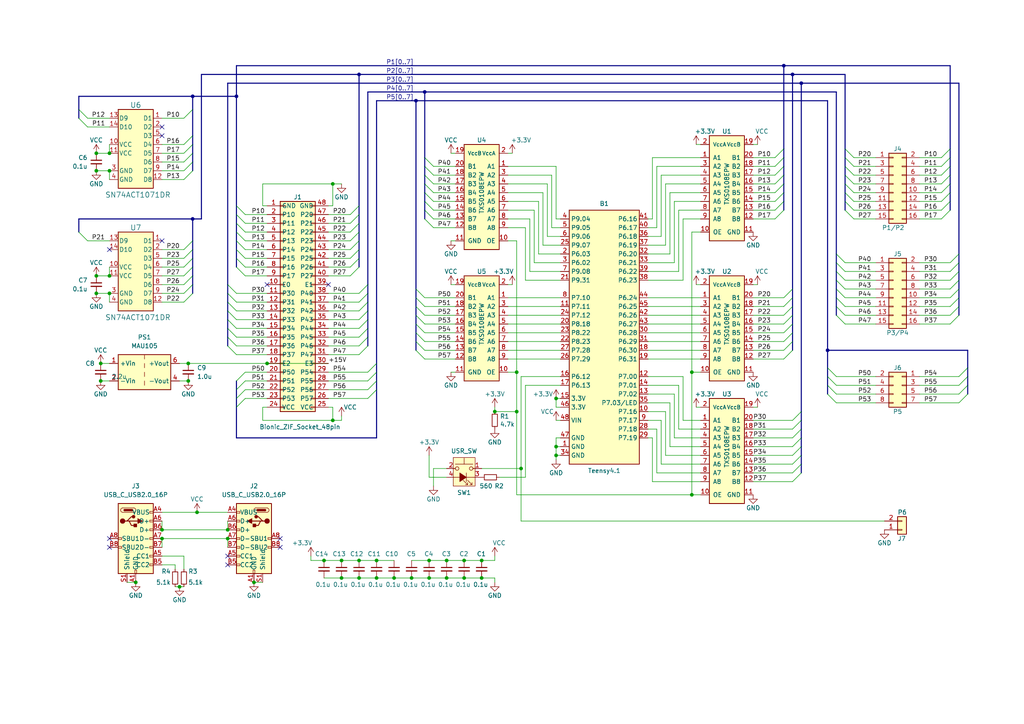
<source format=kicad_sch>
(kicad_sch (version 20230121) (generator eeschema)
  (paper "A4")
  (title_block (title "BionicBase Teensy 4.1") (date "2024-11-25") (rev "11") (company "Tadashi G. Takaoka"))
  (junction (at 104.14 167.64))
  (junction (at 151.13 135.89))
  (junction (at 114.3 167.64))
  (junction (at 129.54 162.56))
  (junction (at 119.38 167.64))
  (junction (at 96.52 121.92))
  (junction (at 161.29 115.57))
  (junction (at 46.99 153.67))
  (junction (at 229.87 21.59))
  (junction (at 149.86 107.95))
  (junction (at 93.98 162.56))
  (junction (at 109.22 162.56))
  (junction (at 46.99 156.21))
  (junction (at 29.21 105.41))
  (junction (at 52.07 170.18))
  (junction (at 139.7 167.64))
  (junction (at 149.86 119.38))
  (junction (at 99.06 162.56))
  (junction (at 232.41 24.13))
  (junction (at 99.06 167.64))
  (junction (at 124.46 162.56))
  (junction (at 54.61 110.49))
  (junction (at 27.94 44.45))
  (junction (at 66.04 156.21))
  (junction (at 143.51 119.38))
  (junction (at 161.29 132.08))
  (junction (at 31.75 85.09))
  (junction (at 227.33 19.05))
  (junction (at 139.7 162.56))
  (junction (at 31.75 80.01))
  (junction (at 96.52 53.34))
  (junction (at 29.21 110.49))
  (junction (at 27.94 85.09))
  (junction (at 55.88 27.94))
  (junction (at 240.03 101.6))
  (junction (at 55.88 63.5))
  (junction (at 27.94 80.01))
  (junction (at 134.62 162.56))
  (junction (at 104.14 162.56))
  (junction (at 77.47 105.41))
  (junction (at 57.15 148.59))
  (junction (at 31.75 49.53))
  (junction (at 120.65 29.21))
  (junction (at 54.61 105.41))
  (junction (at 129.54 167.64))
  (junction (at 27.94 49.53))
  (junction (at 109.22 167.64))
  (junction (at 161.29 129.54))
  (junction (at 68.58 27.94))
  (junction (at 31.75 44.45))
  (junction (at 123.19 26.67))
  (junction (at 66.04 153.67))
  (junction (at 200.66 107.95))
  (junction (at 134.62 167.64))
  (junction (at 104.14 21.59))
  (junction (at 73.66 168.91))
  (junction (at 39.37 168.91))
  (junction (at 124.46 167.64))
  (junction (at 200.66 143.51))
  (no_connect (at 95.25 82.55))
  (no_connect (at 46.99 36.83))
  (no_connect (at 66.04 163.83))
  (no_connect (at 66.04 161.29))
  (no_connect (at 31.75 156.21))
  (no_connect (at 81.28 158.75))
  (no_connect (at 46.99 39.37))
  (no_connect (at 77.47 82.55))
  (no_connect (at 31.75 158.75))
  (no_connect (at 46.99 69.85))
  (no_connect (at 81.28 156.21))
  (no_connect (at 31.75 72.39))
  (bus_entry (at 245.11 58.42) (size 2.54 2.54))
  (bus_entry (at 109.22 110.49) (size -2.54 2.54))
  (bus_entry (at 55.88 31.75) (size -2.54 2.54))
  (bus_entry (at 278.13 81.28) (size -2.54 2.54))
  (bus_entry (at 55.88 77.47) (size -2.54 2.54))
  (bus_entry (at 104.14 74.93) (size -2.54 2.54))
  (bus_entry (at 275.59 45.72) (size -2.54 2.54))
  (bus_entry (at 227.33 53.34) (size -2.54 2.54))
  (bus_entry (at 278.13 86.36) (size -2.54 2.54))
  (bus_entry (at 120.65 83.82) (size 2.54 2.54))
  (bus_entry (at 106.68 100.33) (size -2.54 2.54))
  (bus_entry (at 245.11 43.18) (size 2.54 2.54))
  (bus_entry (at 120.65 86.36) (size 2.54 2.54))
  (bus_entry (at 120.65 96.52) (size 2.54 2.54))
  (bus_entry (at 55.88 82.55) (size -2.54 2.54))
  (bus_entry (at 123.19 45.72) (size 2.54 2.54))
  (bus_entry (at 68.58 64.77) (size 2.54 2.54))
  (bus_entry (at 55.88 49.53) (size -2.54 2.54))
  (bus_entry (at 242.57 76.2) (size 2.54 2.54))
  (bus_entry (at 242.57 88.9) (size 2.54 2.54))
  (bus_entry (at 120.65 91.44) (size 2.54 2.54))
  (bus_entry (at 109.22 107.95) (size -2.54 2.54))
  (bus_entry (at 275.59 50.8) (size -2.54 2.54))
  (bus_entry (at 275.59 48.26) (size -2.54 2.54))
  (bus_entry (at 245.11 48.26) (size 2.54 2.54))
  (bus_entry (at 245.11 55.88) (size 2.54 2.54))
  (bus_entry (at 232.41 119.38) (size -2.54 2.54))
  (bus_entry (at 245.11 45.72) (size 2.54 2.54))
  (bus_entry (at 123.19 53.34) (size 2.54 2.54))
  (bus_entry (at 275.59 43.18) (size -2.54 2.54))
  (bus_entry (at 55.88 74.93) (size -2.54 2.54))
  (bus_entry (at 229.87 91.44) (size -2.54 2.54))
  (bus_entry (at 278.13 76.2) (size -2.54 2.54))
  (bus_entry (at 68.58 72.39) (size 2.54 2.54))
  (bus_entry (at 227.33 55.88) (size -2.54 2.54))
  (bus_entry (at 245.11 53.34) (size 2.54 2.54))
  (bus_entry (at 104.14 72.39) (size -2.54 2.54))
  (bus_entry (at 245.11 50.8) (size 2.54 2.54))
  (bus_entry (at 106.68 82.55) (size -2.54 2.54))
  (bus_entry (at 227.33 50.8) (size -2.54 2.54))
  (bus_entry (at 123.19 48.26) (size 2.54 2.54))
  (bus_entry (at 278.13 88.9) (size -2.54 2.54))
  (bus_entry (at 55.88 72.39) (size -2.54 2.54))
  (bus_entry (at 106.68 97.79) (size -2.54 2.54))
  (bus_entry (at 242.57 83.82) (size 2.54 2.54))
  (bus_entry (at 68.58 118.11) (size 2.54 -2.54))
  (bus_entry (at 229.87 93.98) (size -2.54 2.54))
  (bus_entry (at 55.88 39.37) (size -2.54 2.54))
  (bus_entry (at 120.65 88.9) (size 2.54 2.54))
  (bus_entry (at 240.03 114.3) (size 2.54 2.54))
  (bus_entry (at 240.03 111.76) (size 2.54 2.54))
  (bus_entry (at 245.11 60.96) (size 2.54 2.54))
  (bus_entry (at 240.03 109.22) (size 2.54 2.54))
  (bus_entry (at 55.88 41.91) (size -2.54 2.54))
  (bus_entry (at 68.58 62.23) (size 2.54 2.54))
  (bus_entry (at 232.41 132.08) (size -2.54 2.54))
  (bus_entry (at 242.57 78.74) (size 2.54 2.54))
  (bus_entry (at 232.41 137.16) (size -2.54 2.54))
  (bus_entry (at 280.67 114.3) (size -2.54 2.54))
  (bus_entry (at 227.33 48.26) (size -2.54 2.54))
  (bus_entry (at 278.13 73.66) (size -2.54 2.54))
  (bus_entry (at 68.58 113.03) (size 2.54 -2.54))
  (bus_entry (at 280.67 109.22) (size -2.54 2.54))
  (bus_entry (at 104.14 62.23) (size -2.54 2.54))
  (bus_entry (at 104.14 64.77) (size -2.54 2.54))
  (bus_entry (at 227.33 43.18) (size -2.54 2.54))
  (bus_entry (at 68.58 74.93) (size 2.54 2.54))
  (bus_entry (at 232.41 127) (size -2.54 2.54))
  (bus_entry (at 68.58 59.69) (size 2.54 2.54))
  (bus_entry (at 106.68 85.09) (size -2.54 2.54))
  (bus_entry (at 229.87 88.9) (size -2.54 2.54))
  (bus_entry (at 232.41 124.46) (size -2.54 2.54))
  (bus_entry (at 232.41 121.92) (size -2.54 2.54))
  (bus_entry (at 242.57 91.44) (size 2.54 2.54))
  (bus_entry (at 242.57 86.36) (size 2.54 2.54))
  (bus_entry (at 109.22 113.03) (size -2.54 2.54))
  (bus_entry (at 22.86 34.29) (size 2.54 2.54))
  (bus_entry (at 22.86 67.31) (size 2.54 2.54))
  (bus_entry (at 22.86 31.75) (size 2.54 2.54))
  (bus_entry (at 55.88 80.01) (size -2.54 2.54))
  (bus_entry (at 106.68 95.25) (size -2.54 2.54))
  (bus_entry (at 275.59 55.88) (size -2.54 2.54))
  (bus_entry (at 66.04 90.17) (size 2.54 2.54))
  (bus_entry (at 123.19 63.5) (size 2.54 2.54))
  (bus_entry (at 68.58 110.49) (size 2.54 -2.54))
  (bus_entry (at 68.58 115.57) (size 2.54 -2.54))
  (bus_entry (at 275.59 53.34) (size -2.54 2.54))
  (bus_entry (at 123.19 50.8) (size 2.54 2.54))
  (bus_entry (at 232.41 134.62) (size -2.54 2.54))
  (bus_entry (at 227.33 45.72) (size -2.54 2.54))
  (bus_entry (at 66.04 100.33) (size 2.54 2.54))
  (bus_entry (at 66.04 82.55) (size 2.54 2.54))
  (bus_entry (at 229.87 101.6) (size -2.54 2.54))
  (bus_entry (at 120.65 101.6) (size 2.54 2.54))
  (bus_entry (at 55.88 46.99) (size -2.54 2.54))
  (bus_entry (at 280.67 111.76) (size -2.54 2.54))
  (bus_entry (at 106.68 92.71) (size -2.54 2.54))
  (bus_entry (at 104.14 69.85) (size -2.54 2.54))
  (bus_entry (at 66.04 92.71) (size 2.54 2.54))
  (bus_entry (at 229.87 99.06) (size -2.54 2.54))
  (bus_entry (at 232.41 129.54) (size -2.54 2.54))
  (bus_entry (at 123.19 55.88) (size 2.54 2.54))
  (bus_entry (at 104.14 77.47) (size -2.54 2.54))
  (bus_entry (at 104.14 67.31) (size -2.54 2.54))
  (bus_entry (at 123.19 60.96) (size 2.54 2.54))
  (bus_entry (at 68.58 67.31) (size 2.54 2.54))
  (bus_entry (at 66.04 85.09) (size 2.54 2.54))
  (bus_entry (at 109.22 105.41) (size -2.54 2.54))
  (bus_entry (at 104.14 59.69) (size -2.54 2.54))
  (bus_entry (at 55.88 44.45) (size -2.54 2.54))
  (bus_entry (at 227.33 58.42) (size -2.54 2.54))
  (bus_entry (at 66.04 87.63) (size 2.54 2.54))
  (bus_entry (at 106.68 87.63) (size -2.54 2.54))
  (bus_entry (at 55.88 69.85) (size -2.54 2.54))
  (bus_entry (at 120.65 93.98) (size 2.54 2.54))
  (bus_entry (at 229.87 96.52) (size -2.54 2.54))
  (bus_entry (at 68.58 77.47) (size 2.54 2.54))
  (bus_entry (at 229.87 86.36) (size -2.54 2.54))
  (bus_entry (at 278.13 78.74) (size -2.54 2.54))
  (bus_entry (at 66.04 97.79) (size 2.54 2.54))
  (bus_entry (at 242.57 73.66) (size 2.54 2.54))
  (bus_entry (at 229.87 83.82) (size -2.54 2.54))
  (bus_entry (at 120.65 99.06) (size 2.54 2.54))
  (bus_entry (at 240.03 106.68) (size 2.54 2.54))
  (bus_entry (at 227.33 60.96) (size -2.54 2.54))
  (bus_entry (at 275.59 60.96) (size -2.54 2.54))
  (bus_entry (at 106.68 90.17) (size -2.54 2.54))
  (bus_entry (at 68.58 69.85) (size 2.54 2.54))
  (bus_entry (at 55.88 85.09) (size -2.54 2.54))
  (bus_entry (at 278.13 83.82) (size -2.54 2.54))
  (bus_entry (at 278.13 91.44) (size -2.54 2.54))
  (bus_entry (at 242.57 81.28) (size 2.54 2.54))
  (bus_entry (at 66.04 95.25) (size 2.54 2.54))
  (bus_entry (at 275.59 58.42) (size -2.54 2.54))
  (bus_entry (at 280.67 106.68) (size -2.54 2.54))
  (bus_entry (at 123.19 58.42) (size 2.54 2.54))
  (wire (pts (xy 191.77 50.8) (xy 203.2 50.8)))
  (wire (pts (xy 156.21 73.66) (xy 162.56 73.66)))
  (wire (pts (xy 132.08 48.26) (xy 125.73 48.26)))
  (wire (pts (xy 124.46 167.64) (xy 129.54 167.64)))
  (wire (pts (xy 71.12 115.57) (xy 77.47 115.57)))
  (wire (pts (xy 95.25 90.17) (xy 104.14 90.17)))
  (wire (pts (xy 143.51 119.38) (xy 149.86 119.38)))
  (wire (pts (xy 193.04 53.34) (xy 203.2 53.34)))
  (wire (pts (xy 36.83 168.91) (xy 39.37 168.91)))
  (bus (pts (xy 66.04 85.09) (xy 66.04 87.63)))
  (bus (pts (xy 227.33 43.18) (xy 227.33 45.72)))
  (bus (pts (xy 68.58 113.03) (xy 68.58 115.57)))
  (wire (pts (xy 109.22 162.56) (xy 114.3 162.56)))
  (wire (pts (xy 162.56 127) (xy 161.29 127)))
  (wire (pts (xy 194.31 55.88) (xy 194.31 73.66)))
  (bus (pts (xy 55.88 63.5) (xy 55.88 69.85)))
  (wire (pts (xy 151.13 109.22) (xy 162.56 109.22)))
  (wire (pts (xy 71.12 74.93) (xy 77.47 74.93)))
  (wire (pts (xy 125.73 135.89) (xy 125.73 140.97)))
  (wire (pts (xy 247.65 45.72) (xy 254 45.72)))
  (wire (pts (xy 95.25 59.69) (xy 96.52 59.69)))
  (bus (pts (xy 104.14 67.31) (xy 104.14 69.85)))
  (wire (pts (xy 191.77 68.58) (xy 191.77 50.8)))
  (wire (pts (xy 76.2 118.11) (xy 76.2 121.92)))
  (wire (pts (xy 25.4 36.83) (xy 31.75 36.83)))
  (wire (pts (xy 132.08 82.55) (xy 130.81 82.55)))
  (bus (pts (xy 229.87 21.59) (xy 245.11 21.59)))
  (wire (pts (xy 132.08 101.6) (xy 123.19 101.6)))
  (wire (pts (xy 119.38 167.64) (xy 124.46 167.64)))
  (wire (pts (xy 245.11 93.98) (xy 254 93.98)))
  (bus (pts (xy 66.04 24.13) (xy 66.04 82.55)))
  (bus (pts (xy 242.57 86.36) (xy 242.57 88.9)))
  (wire (pts (xy 132.08 104.14) (xy 123.19 104.14)))
  (wire (pts (xy 71.12 113.03) (xy 77.47 113.03)))
  (bus (pts (xy 55.88 46.99) (xy 55.88 49.53)))
  (wire (pts (xy 203.2 48.26) (xy 190.5 48.26)))
  (wire (pts (xy 245.11 81.28) (xy 254 81.28)))
  (wire (pts (xy 31.75 85.09) (xy 31.75 87.63)))
  (wire (pts (xy 71.12 72.39) (xy 77.47 72.39)))
  (bus (pts (xy 106.68 97.79) (xy 106.68 100.33)))
  (wire (pts (xy 46.99 41.91) (xy 53.34 41.91)))
  (bus (pts (xy 232.41 124.46) (xy 232.41 127)))
  (wire (pts (xy 266.7 45.72) (xy 273.05 45.72)))
  (bus (pts (xy 66.04 90.17) (xy 66.04 92.71)))
  (wire (pts (xy 93.98 167.64) (xy 99.06 167.64)))
  (wire (pts (xy 224.79 60.96) (xy 218.44 60.96)))
  (wire (pts (xy 187.96 66.04) (xy 190.5 66.04)))
  (bus (pts (xy 245.11 21.59) (xy 245.11 43.18)))
  (bus (pts (xy 66.04 97.79) (xy 66.04 100.33)))
  (wire (pts (xy 218.44 99.06) (xy 227.33 99.06)))
  (bus (pts (xy 104.14 72.39) (xy 104.14 74.93)))
  (bus (pts (xy 55.88 63.5) (xy 58.42 63.5)))
  (bus (pts (xy 106.68 85.09) (xy 106.68 87.63)))
  (bus (pts (xy 245.11 55.88) (xy 245.11 58.42)))
  (wire (pts (xy 66.04 156.21) (xy 66.04 158.75)))
  (bus (pts (xy 278.13 24.13) (xy 278.13 73.66)))
  (wire (pts (xy 245.11 78.74) (xy 254 78.74)))
  (bus (pts (xy 120.65 29.21) (xy 240.03 29.21)))
  (bus (pts (xy 275.59 58.42) (xy 275.59 60.96)))
  (wire (pts (xy 187.96 127) (xy 189.23 127)))
  (wire (pts (xy 224.79 53.34) (xy 218.44 53.34)))
  (wire (pts (xy 218.44 88.9) (xy 227.33 88.9)))
  (wire (pts (xy 68.58 90.17) (xy 77.47 90.17)))
  (bus (pts (xy 68.58 59.69) (xy 68.58 62.23)))
  (wire (pts (xy 158.75 53.34) (xy 158.75 68.58)))
  (wire (pts (xy 266.7 55.88) (xy 273.05 55.88)))
  (bus (pts (xy 229.87 96.52) (xy 229.87 99.06)))
  (wire (pts (xy 148.59 82.55) (xy 147.32 82.55)))
  (wire (pts (xy 104.14 162.56) (xy 109.22 162.56)))
  (wire (pts (xy 149.86 69.85) (xy 149.86 107.95)))
  (bus (pts (xy 68.58 72.39) (xy 68.58 74.93)))
  (wire (pts (xy 77.47 59.69) (xy 76.2 59.69)))
  (bus (pts (xy 68.58 62.23) (xy 68.58 64.77)))
  (wire (pts (xy 71.12 110.49) (xy 77.47 110.49)))
  (wire (pts (xy 200.66 107.95) (xy 200.66 143.51)))
  (wire (pts (xy 218.44 96.52) (xy 227.33 96.52)))
  (bus (pts (xy 109.22 107.95) (xy 109.22 105.41)))
  (wire (pts (xy 194.31 116.84) (xy 194.31 129.54)))
  (wire (pts (xy 266.7 81.28) (xy 275.59 81.28)))
  (wire (pts (xy 46.99 153.67) (xy 66.04 153.67)))
  (bus (pts (xy 123.19 53.34) (xy 123.19 55.88)))
  (bus (pts (xy 280.67 101.6) (xy 280.67 106.68)))
  (bus (pts (xy 66.04 87.63) (xy 66.04 90.17)))
  (wire (pts (xy 161.29 127) (xy 161.29 129.54)))
  (bus (pts (xy 68.58 74.93) (xy 68.58 77.47)))
  (wire (pts (xy 152.4 81.28) (xy 162.56 81.28)))
  (wire (pts (xy 147.32 86.36) (xy 162.56 86.36)))
  (bus (pts (xy 55.88 69.85) (xy 55.88 72.39)))
  (bus (pts (xy 240.03 111.76) (xy 240.03 114.3)))
  (wire (pts (xy 218.44 134.62) (xy 229.87 134.62)))
  (wire (pts (xy 99.06 162.56) (xy 104.14 162.56)))
  (wire (pts (xy 218.44 86.36) (xy 227.33 86.36)))
  (bus (pts (xy 66.04 82.55) (xy 66.04 85.09)))
  (wire (pts (xy 195.58 76.2) (xy 195.58 58.42)))
  (bus (pts (xy 120.65 86.36) (xy 120.65 83.82)))
  (bus (pts (xy 120.65 88.9) (xy 120.65 86.36)))
  (bus (pts (xy 109.22 110.49) (xy 109.22 107.95)))
  (wire (pts (xy 218.44 124.46) (xy 229.87 124.46)))
  (bus (pts (xy 66.04 95.25) (xy 66.04 97.79)))
  (wire (pts (xy 109.22 167.64) (xy 114.3 167.64)))
  (bus (pts (xy 278.13 81.28) (xy 278.13 83.82)))
  (bus (pts (xy 22.86 34.29) (xy 22.86 31.75)))
  (wire (pts (xy 132.08 107.95) (xy 130.81 107.95)))
  (bus (pts (xy 275.59 55.88) (xy 275.59 58.42)))
  (bus (pts (xy 55.88 31.75) (xy 55.88 27.94)))
  (wire (pts (xy 245.11 76.2) (xy 254 76.2)))
  (bus (pts (xy 66.04 24.13) (xy 232.41 24.13)))
  (wire (pts (xy 95.25 64.77) (xy 101.6 64.77)))
  (wire (pts (xy 95.25 74.93) (xy 101.6 74.93)))
  (wire (pts (xy 195.58 127) (xy 195.58 114.3)))
  (wire (pts (xy 95.25 115.57) (xy 106.68 115.57)))
  (wire (pts (xy 224.79 58.42) (xy 218.44 58.42)))
  (bus (pts (xy 109.22 113.03) (xy 109.22 127)))
  (wire (pts (xy 278.13 114.3) (xy 266.7 114.3)))
  (wire (pts (xy 139.7 135.89) (xy 151.13 135.89)))
  (wire (pts (xy 27.94 44.45) (xy 31.75 44.45)))
  (wire (pts (xy 196.85 124.46) (xy 203.2 124.46)))
  (bus (pts (xy 229.87 83.82) (xy 229.87 86.36)))
  (bus (pts (xy 104.14 21.59) (xy 229.87 21.59)))
  (wire (pts (xy 52.07 170.18) (xy 53.34 170.18)))
  (bus (pts (xy 120.65 93.98) (xy 120.65 91.44)))
  (wire (pts (xy 147.32 69.85) (xy 149.86 69.85)))
  (wire (pts (xy 31.75 77.47) (xy 31.75 80.01)))
  (bus (pts (xy 55.88 31.75) (xy 55.88 39.37)))
  (wire (pts (xy 187.96 88.9) (xy 203.2 88.9)))
  (bus (pts (xy 232.41 119.38) (xy 232.41 121.92)))
  (wire (pts (xy 218.44 41.91) (xy 219.71 41.91)))
  (wire (pts (xy 132.08 86.36) (xy 123.19 86.36)))
  (wire (pts (xy 189.23 127) (xy 189.23 139.7)))
  (bus (pts (xy 275.59 48.26) (xy 275.59 50.8)))
  (bus (pts (xy 278.13 88.9) (xy 278.13 91.44)))
  (wire (pts (xy 154.94 76.2) (xy 162.56 76.2)))
  (wire (pts (xy 203.2 137.16) (xy 190.5 137.16)))
  (wire (pts (xy 191.77 134.62) (xy 203.2 134.62)))
  (bus (pts (xy 55.88 41.91) (xy 55.88 44.45)))
  (wire (pts (xy 149.86 143.51) (xy 200.66 143.51)))
  (bus (pts (xy 280.67 109.22) (xy 280.67 111.76)))
  (bus (pts (xy 55.88 44.45) (xy 55.88 46.99)))
  (wire (pts (xy 247.65 48.26) (xy 254 48.26)))
  (wire (pts (xy 125.73 53.34) (xy 132.08 53.34)))
  (bus (pts (xy 123.19 60.96) (xy 123.19 63.5)))
  (wire (pts (xy 71.12 67.31) (xy 77.47 67.31)))
  (wire (pts (xy 95.25 67.31) (xy 101.6 67.31)))
  (bus (pts (xy 278.13 78.74) (xy 278.13 81.28)))
  (wire (pts (xy 46.99 87.63) (xy 53.34 87.63)))
  (wire (pts (xy 31.75 49.53) (xy 31.75 52.07)))
  (bus (pts (xy 280.67 106.68) (xy 280.67 109.22)))
  (wire (pts (xy 245.11 91.44) (xy 254 91.44)))
  (wire (pts (xy 139.7 167.64) (xy 143.51 167.64)))
  (wire (pts (xy 266.7 78.74) (xy 275.59 78.74)))
  (wire (pts (xy 266.7 53.34) (xy 273.05 53.34)))
  (wire (pts (xy 95.25 100.33) (xy 104.14 100.33)))
  (bus (pts (xy 104.14 74.93) (xy 104.14 77.47)))
  (wire (pts (xy 187.96 111.76) (xy 196.85 111.76)))
  (bus (pts (xy 240.03 101.6) (xy 280.67 101.6)))
  (wire (pts (xy 31.75 105.41) (xy 29.21 105.41)))
  (wire (pts (xy 218.44 132.08) (xy 229.87 132.08)))
  (wire (pts (xy 157.48 71.12) (xy 162.56 71.12)))
  (bus (pts (xy 227.33 55.88) (xy 227.33 58.42)))
  (wire (pts (xy 278.13 111.76) (xy 266.7 111.76)))
  (wire (pts (xy 161.29 63.5) (xy 162.56 63.5)))
  (wire (pts (xy 198.12 81.28) (xy 198.12 63.5)))
  (wire (pts (xy 68.58 97.79) (xy 77.47 97.79)))
  (wire (pts (xy 198.12 109.22) (xy 198.12 121.92)))
  (wire (pts (xy 71.12 80.01) (xy 77.47 80.01)))
  (bus (pts (xy 240.03 101.6) (xy 240.03 106.68)))
  (bus (pts (xy 242.57 78.74) (xy 242.57 81.28)))
  (bus (pts (xy 227.33 19.05) (xy 227.33 43.18)))
  (bus (pts (xy 68.58 64.77) (xy 68.58 67.31)))
  (wire (pts (xy 99.06 167.64) (xy 104.14 167.64)))
  (bus (pts (xy 229.87 99.06) (xy 229.87 101.6)))
  (bus (pts (xy 242.57 81.28) (xy 242.57 83.82)))
  (wire (pts (xy 190.5 137.16) (xy 190.5 124.46)))
  (bus (pts (xy 55.88 39.37) (xy 55.88 41.91)))
  (wire (pts (xy 143.51 118.11) (xy 143.51 119.38)))
  (wire (pts (xy 151.13 135.89) (xy 151.13 151.13)))
  (bus (pts (xy 106.68 90.17) (xy 106.68 92.71)))
  (wire (pts (xy 154.94 60.96) (xy 147.32 60.96)))
  (bus (pts (xy 275.59 53.34) (xy 275.59 55.88)))
  (wire (pts (xy 46.99 156.21) (xy 66.04 156.21)))
  (bus (pts (xy 123.19 26.67) (xy 123.19 45.72)))
  (bus (pts (xy 242.57 76.2) (xy 242.57 78.74)))
  (wire (pts (xy 68.58 95.25) (xy 77.47 95.25)))
  (wire (pts (xy 95.25 113.03) (xy 106.68 113.03)))
  (wire (pts (xy 187.96 124.46) (xy 190.5 124.46)))
  (wire (pts (xy 134.62 167.64) (xy 139.7 167.64)))
  (bus (pts (xy 232.41 121.92) (xy 232.41 124.46)))
  (wire (pts (xy 96.52 53.34) (xy 99.06 53.34)))
  (bus (pts (xy 242.57 73.66) (xy 242.57 76.2)))
  (wire (pts (xy 203.2 132.08) (xy 193.04 132.08)))
  (wire (pts (xy 76.2 59.69) (xy 76.2 53.34)))
  (wire (pts (xy 218.44 45.72) (xy 224.79 45.72)))
  (wire (pts (xy 151.13 135.89) (xy 151.13 109.22)))
  (bus (pts (xy 66.04 92.71) (xy 66.04 95.25)))
  (wire (pts (xy 68.58 92.71) (xy 77.47 92.71)))
  (wire (pts (xy 90.17 161.29) (xy 90.17 162.56)))
  (wire (pts (xy 148.59 44.45) (xy 147.32 44.45)))
  (bus (pts (xy 55.88 82.55) (xy 55.88 85.09)))
  (wire (pts (xy 71.12 69.85) (xy 77.47 69.85)))
  (bus (pts (xy 22.86 63.5) (xy 22.86 67.31)))
  (bus (pts (xy 120.65 101.6) (xy 120.65 99.06)))
  (wire (pts (xy 152.4 66.04) (xy 147.32 66.04)))
  (wire (pts (xy 46.99 161.29) (xy 53.34 161.29)))
  (bus (pts (xy 232.41 129.54) (xy 232.41 132.08)))
  (bus (pts (xy 58.42 21.59) (xy 58.42 63.5)))
  (wire (pts (xy 95.25 118.11) (xy 96.52 118.11)))
  (wire (pts (xy 153.67 78.74) (xy 162.56 78.74)))
  (bus (pts (xy 227.33 53.34) (xy 227.33 55.88)))
  (wire (pts (xy 187.96 78.74) (xy 196.85 78.74)))
  (wire (pts (xy 71.12 62.23) (xy 77.47 62.23)))
  (wire (pts (xy 242.57 111.76) (xy 254 111.76)))
  (bus (pts (xy 242.57 83.82) (xy 242.57 86.36)))
  (bus (pts (xy 123.19 50.8) (xy 123.19 53.34)))
  (wire (pts (xy 119.38 162.56) (xy 124.46 162.56)))
  (bus (pts (xy 245.11 50.8) (xy 245.11 53.34)))
  (bus (pts (xy 68.58 19.05) (xy 68.58 27.94)))
  (wire (pts (xy 266.7 76.2) (xy 275.59 76.2)))
  (wire (pts (xy 187.96 93.98) (xy 203.2 93.98)))
  (wire (pts (xy 151.13 151.13) (xy 256.54 151.13)))
  (wire (pts (xy 161.29 132.08) (xy 162.56 132.08)))
  (bus (pts (xy 123.19 55.88) (xy 123.19 58.42)))
  (wire (pts (xy 125.73 63.5) (xy 132.08 63.5)))
  (wire (pts (xy 203.2 127) (xy 195.58 127)))
  (wire (pts (xy 104.14 167.64) (xy 109.22 167.64)))
  (wire (pts (xy 266.7 88.9) (xy 275.59 88.9)))
  (wire (pts (xy 247.65 63.5) (xy 254 63.5)))
  (wire (pts (xy 124.46 162.56) (xy 129.54 162.56)))
  (bus (pts (xy 227.33 50.8) (xy 227.33 53.34)))
  (bus (pts (xy 245.11 45.72) (xy 245.11 48.26)))
  (bus (pts (xy 22.86 63.5) (xy 55.88 63.5)))
  (wire (pts (xy 153.67 63.5) (xy 153.67 78.74)))
  (wire (pts (xy 157.48 55.88) (xy 157.48 71.12)))
  (wire (pts (xy 187.96 114.3) (xy 195.58 114.3)))
  (wire (pts (xy 46.99 85.09) (xy 53.34 85.09)))
  (bus (pts (xy 55.88 72.39) (xy 55.88 74.93)))
  (wire (pts (xy 96.52 121.92) (xy 96.52 118.11)))
  (bus (pts (xy 123.19 58.42) (xy 123.19 60.96)))
  (wire (pts (xy 147.32 58.42) (xy 156.21 58.42)))
  (wire (pts (xy 266.7 63.5) (xy 273.05 63.5)))
  (wire (pts (xy 218.44 118.11) (xy 219.71 118.11)))
  (bus (pts (xy 104.14 21.59) (xy 58.42 21.59)))
  (wire (pts (xy 149.86 119.38) (xy 149.86 143.51)))
  (wire (pts (xy 71.12 64.77) (xy 77.47 64.77)))
  (wire (pts (xy 194.31 129.54) (xy 203.2 129.54)))
  (wire (pts (xy 68.58 85.09) (xy 77.47 85.09)))
  (wire (pts (xy 245.11 86.36) (xy 254 86.36)))
  (bus (pts (xy 229.87 21.59) (xy 229.87 83.82)))
  (bus (pts (xy 242.57 88.9) (xy 242.57 91.44)))
  (bus (pts (xy 123.19 26.67) (xy 242.57 26.67)))
  (wire (pts (xy 196.85 111.76) (xy 196.85 124.46)))
  (wire (pts (xy 68.58 100.33) (xy 77.47 100.33)))
  (wire (pts (xy 54.61 105.41) (xy 77.47 105.41)))
  (wire (pts (xy 218.44 91.44) (xy 227.33 91.44)))
  (wire (pts (xy 161.29 132.08) (xy 161.29 133.35)))
  (wire (pts (xy 125.73 60.96) (xy 132.08 60.96)))
  (wire (pts (xy 73.66 168.91) (xy 76.2 168.91)))
  (wire (pts (xy 154.94 60.96) (xy 154.94 76.2)))
  (wire (pts (xy 27.94 85.09) (xy 31.75 85.09)))
  (wire (pts (xy 90.17 162.56) (xy 93.98 162.56)))
  (wire (pts (xy 54.61 110.49) (xy 52.07 110.49)))
  (wire (pts (xy 147.32 50.8) (xy 160.02 50.8)))
  (wire (pts (xy 189.23 139.7) (xy 203.2 139.7)))
  (bus (pts (xy 278.13 83.82) (xy 278.13 86.36)))
  (bus (pts (xy 280.67 111.76) (xy 280.67 114.3)))
  (wire (pts (xy 46.99 44.45) (xy 53.34 44.45)))
  (wire (pts (xy 53.34 72.39) (xy 46.99 72.39)))
  (wire (pts (xy 95.25 62.23) (xy 101.6 62.23)))
  (wire (pts (xy 125.73 58.42) (xy 132.08 58.42)))
  (wire (pts (xy 46.99 148.59) (xy 57.15 148.59)))
  (bus (pts (xy 232.41 134.62) (xy 232.41 137.16)))
  (wire (pts (xy 149.86 107.95) (xy 149.86 119.38)))
  (bus (pts (xy 245.11 48.26) (xy 245.11 50.8)))
  (wire (pts (xy 203.2 60.96) (xy 196.85 60.96)))
  (bus (pts (xy 106.68 95.25) (xy 106.68 97.79)))
  (wire (pts (xy 132.08 96.52) (xy 123.19 96.52)))
  (bus (pts (xy 104.14 64.77) (xy 104.14 67.31)))
  (wire (pts (xy 129.54 162.56) (xy 134.62 162.56)))
  (bus (pts (xy 104.14 21.59) (xy 104.14 59.69)))
  (bus (pts (xy 123.19 48.26) (xy 123.19 50.8)))
  (wire (pts (xy 96.52 53.34) (xy 96.52 59.69)))
  (wire (pts (xy 266.7 58.42) (xy 273.05 58.42)))
  (wire (pts (xy 31.75 41.91) (xy 31.75 44.45)))
  (wire (pts (xy 160.02 50.8) (xy 160.02 66.04)))
  (wire (pts (xy 95.25 110.49) (xy 106.68 110.49)))
  (wire (pts (xy 161.29 118.11) (xy 162.56 118.11)))
  (wire (pts (xy 242.57 114.3) (xy 254 114.3)))
  (wire (pts (xy 68.58 87.63) (xy 77.47 87.63)))
  (wire (pts (xy 46.99 46.99) (xy 53.34 46.99)))
  (wire (pts (xy 46.99 80.01) (xy 53.34 80.01)))
  (wire (pts (xy 46.99 163.83) (xy 50.8 163.83)))
  (wire (pts (xy 54.61 105.41) (xy 52.07 105.41)))
  (wire (pts (xy 50.8 163.83) (xy 50.8 165.1)))
  (wire (pts (xy 187.96 99.06) (xy 203.2 99.06)))
  (wire (pts (xy 95.25 72.39) (xy 101.6 72.39)))
  (wire (pts (xy 242.57 116.84) (xy 254 116.84)))
  (wire (pts (xy 71.12 77.47) (xy 77.47 77.47)))
  (wire (pts (xy 132.08 69.85) (xy 130.81 69.85)))
  (wire (pts (xy 200.66 143.51) (xy 203.2 143.51)))
  (wire (pts (xy 76.2 121.92) (xy 96.52 121.92)))
  (wire (pts (xy 187.96 86.36) (xy 203.2 86.36)))
  (wire (pts (xy 125.73 66.04) (xy 132.08 66.04)))
  (wire (pts (xy 187.96 91.44) (xy 203.2 91.44)))
  (wire (pts (xy 147.32 107.95) (xy 149.86 107.95)))
  (wire (pts (xy 187.96 76.2) (xy 195.58 76.2)))
  (bus (pts (xy 232.41 132.08) (xy 232.41 134.62)))
  (wire (pts (xy 46.99 156.21) (xy 46.99 158.75)))
  (wire (pts (xy 76.2 118.11) (xy 77.47 118.11)))
  (wire (pts (xy 201.93 118.11) (xy 203.2 118.11)))
  (wire (pts (xy 161.29 115.57) (xy 162.56 115.57)))
  (bus (pts (xy 245.11 58.42) (xy 245.11 60.96)))
  (bus (pts (xy 275.59 50.8) (xy 275.59 53.34)))
  (bus (pts (xy 278.13 76.2) (xy 278.13 78.74)))
  (wire (pts (xy 193.04 132.08) (xy 193.04 119.38)))
  (wire (pts (xy 224.79 50.8) (xy 218.44 50.8)))
  (wire (pts (xy 46.99 34.29) (xy 53.34 34.29)))
  (wire (pts (xy 218.44 127) (xy 229.87 127)))
  (wire (pts (xy 157.48 55.88) (xy 147.32 55.88)))
  (wire (pts (xy 132.08 88.9) (xy 123.19 88.9)))
  (wire (pts (xy 247.65 55.88) (xy 254 55.88)))
  (bus (pts (xy 227.33 58.42) (xy 227.33 60.96)))
  (bus (pts (xy 120.65 91.44) (xy 120.65 88.9)))
  (wire (pts (xy 266.7 116.84) (xy 278.13 116.84)))
  (bus (pts (xy 109.22 113.03) (xy 109.22 110.49)))
  (wire (pts (xy 266.7 83.82) (xy 275.59 83.82)))
  (wire (pts (xy 224.79 48.26) (xy 218.44 48.26)))
  (wire (pts (xy 124.46 132.08) (xy 124.46 138.43)))
  (wire (pts (xy 189.23 63.5) (xy 189.23 45.72)))
  (bus (pts (xy 227.33 19.05) (xy 275.59 19.05)))
  (wire (pts (xy 147.32 104.14) (xy 162.56 104.14)))
  (wire (pts (xy 200.66 67.31) (xy 203.2 67.31)))
  (wire (pts (xy 187.96 81.28) (xy 198.12 81.28)))
  (wire (pts (xy 247.65 53.34) (xy 254 53.34)))
  (bus (pts (xy 245.11 53.34) (xy 245.11 55.88)))
  (wire (pts (xy 201.93 82.55) (xy 203.2 82.55)))
  (wire (pts (xy 266.7 93.98) (xy 275.59 93.98)))
  (wire (pts (xy 247.65 50.8) (xy 254 50.8)))
  (wire (pts (xy 198.12 121.92) (xy 203.2 121.92)))
  (wire (pts (xy 95.25 80.01) (xy 101.6 80.01)))
  (bus (pts (xy 68.58 19.05) (xy 227.33 19.05)))
  (wire (pts (xy 200.66 67.31) (xy 200.66 107.95)))
  (wire (pts (xy 161.29 129.54) (xy 161.29 132.08)))
  (bus (pts (xy 106.68 26.67) (xy 106.68 82.55)))
  (bus (pts (xy 55.88 80.01) (xy 55.88 82.55)))
  (wire (pts (xy 95.25 102.87) (xy 104.14 102.87)))
  (wire (pts (xy 201.93 41.91) (xy 203.2 41.91)))
  (wire (pts (xy 218.44 82.55) (xy 219.71 82.55)))
  (wire (pts (xy 147.32 88.9) (xy 162.56 88.9)))
  (wire (pts (xy 218.44 139.7) (xy 229.87 139.7)))
  (bus (pts (xy 120.65 96.52) (xy 120.65 93.98)))
  (bus (pts (xy 275.59 45.72) (xy 275.59 48.26)))
  (bus (pts (xy 104.14 62.23) (xy 104.14 64.77)))
  (bus (pts (xy 104.14 69.85) (xy 104.14 72.39)))
  (bus (pts (xy 232.41 127) (xy 232.41 129.54)))
  (wire (pts (xy 143.51 162.56) (xy 139.7 162.56)))
  (wire (pts (xy 95.25 107.95) (xy 106.68 107.95)))
  (bus (pts (xy 278.13 73.66) (xy 278.13 76.2)))
  (wire (pts (xy 278.13 109.22) (xy 266.7 109.22)))
  (wire (pts (xy 245.11 83.82) (xy 254 83.82)))
  (wire (pts (xy 76.2 53.34) (xy 96.52 53.34)))
  (wire (pts (xy 162.56 121.92) (xy 161.29 121.92)))
  (bus (pts (xy 104.14 59.69) (xy 104.14 62.23)))
  (wire (pts (xy 158.75 53.34) (xy 147.32 53.34)))
  (wire (pts (xy 132.08 44.45) (xy 130.81 44.45)))
  (wire (pts (xy 196.85 60.96) (xy 196.85 78.74)))
  (wire (pts (xy 189.23 45.72) (xy 203.2 45.72)))
  (bus (pts (xy 68.58 127) (xy 109.22 127)))
  (wire (pts (xy 66.04 153.67) (xy 66.04 151.13)))
  (wire (pts (xy 247.65 60.96) (xy 254 60.96)))
  (bus (pts (xy 232.41 24.13) (xy 278.13 24.13)))
  (bus (pts (xy 68.58 27.94) (xy 68.58 59.69)))
  (bus (pts (xy 55.88 74.93) (xy 55.88 77.47)))
  (wire (pts (xy 95.25 87.63) (xy 104.14 87.63)))
  (bus (pts (xy 275.59 19.05) (xy 275.59 43.18)))
  (bus (pts (xy 68.58 115.57) (xy 68.58 118.11)))
  (bus (pts (xy 106.68 26.67) (xy 123.19 26.67)))
  (wire (pts (xy 187.96 101.6) (xy 203.2 101.6)))
  (wire (pts (xy 25.4 69.85) (xy 31.75 69.85)))
  (wire (pts (xy 266.7 48.26) (xy 273.05 48.26)))
  (wire (pts (xy 77.47 105.41) (xy 95.25 105.41)))
  (bus (pts (xy 227.33 48.26) (xy 227.33 50.8)))
  (wire (pts (xy 147.32 91.44) (xy 162.56 91.44)))
  (wire (pts (xy 266.7 50.8) (xy 273.05 50.8)))
  (wire (pts (xy 224.79 55.88) (xy 218.44 55.88)))
  (bus (pts (xy 229.87 86.36) (xy 229.87 88.9)))
  (wire (pts (xy 125.73 55.88) (xy 132.08 55.88)))
  (wire (pts (xy 93.98 162.56) (xy 99.06 162.56)))
  (bus (pts (xy 22.86 27.94) (xy 55.88 27.94)))
  (wire (pts (xy 95.25 85.09) (xy 104.14 85.09)))
  (wire (pts (xy 218.44 121.92) (xy 229.87 121.92)))
  (bus (pts (xy 68.58 69.85) (xy 68.58 72.39)))
  (wire (pts (xy 147.32 96.52) (xy 162.56 96.52)))
  (wire (pts (xy 129.54 138.43) (xy 124.46 138.43)))
  (wire (pts (xy 114.3 167.64) (xy 119.38 167.64)))
  (wire (pts (xy 46.99 74.93) (xy 53.34 74.93)))
  (bus (pts (xy 245.11 43.18) (xy 245.11 45.72)))
  (wire (pts (xy 144.78 138.43) (xy 152.4 138.43)))
  (wire (pts (xy 129.54 167.64) (xy 134.62 167.64)))
  (wire (pts (xy 187.96 73.66) (xy 194.31 73.66)))
  (wire (pts (xy 187.96 63.5) (xy 189.23 63.5)))
  (wire (pts (xy 95.25 97.79) (xy 104.14 97.79)))
  (wire (pts (xy 266.7 60.96) (xy 273.05 60.96)))
  (bus (pts (xy 278.13 86.36) (xy 278.13 88.9)))
  (wire (pts (xy 218.44 137.16) (xy 229.87 137.16)))
  (wire (pts (xy 46.99 77.47) (xy 53.34 77.47)))
  (bus (pts (xy 275.59 43.18) (xy 275.59 45.72)))
  (wire (pts (xy 27.94 80.01) (xy 31.75 80.01)))
  (wire (pts (xy 152.4 111.76) (xy 162.56 111.76)))
  (bus (pts (xy 240.03 109.22) (xy 240.03 111.76)))
  (wire (pts (xy 247.65 58.42) (xy 254 58.42)))
  (bus (pts (xy 229.87 88.9) (xy 229.87 91.44)))
  (bus (pts (xy 68.58 118.11) (xy 68.58 127)))
  (wire (pts (xy 224.79 63.5) (xy 218.44 63.5)))
  (wire (pts (xy 68.58 102.87) (xy 77.47 102.87)))
  (bus (pts (xy 229.87 93.98) (xy 229.87 96.52)))
  (wire (pts (xy 187.96 109.22) (xy 198.12 109.22)))
  (wire (pts (xy 187.96 119.38) (xy 193.04 119.38)))
  (wire (pts (xy 187.96 71.12) (xy 193.04 71.12)))
  (wire (pts (xy 190.5 48.26) (xy 190.5 66.04)))
  (bus (pts (xy 227.33 45.72) (xy 227.33 48.26)))
  (wire (pts (xy 57.15 148.59) (xy 66.04 148.59)))
  (wire (pts (xy 46.99 52.07) (xy 53.34 52.07)))
  (wire (pts (xy 147.32 93.98) (xy 162.56 93.98)))
  (wire (pts (xy 161.29 48.26) (xy 147.32 48.26)))
  (wire (pts (xy 158.75 68.58) (xy 162.56 68.58)))
  (wire (pts (xy 191.77 121.92) (xy 191.77 134.62)))
  (wire (pts (xy 71.12 107.95) (xy 77.47 107.95)))
  (wire (pts (xy 53.34 161.29) (xy 53.34 165.1)))
  (wire (pts (xy 147.32 63.5) (xy 153.67 63.5)))
  (wire (pts (xy 46.99 82.55) (xy 53.34 82.55)))
  (wire (pts (xy 152.4 111.76) (xy 152.4 138.43)))
  (bus (pts (xy 106.68 82.55) (xy 106.68 85.09)))
  (bus (pts (xy 123.19 45.72) (xy 123.19 48.26)))
  (bus (pts (xy 120.65 99.06) (xy 120.65 96.52)))
  (wire (pts (xy 187.96 121.92) (xy 191.77 121.92)))
  (bus (pts (xy 120.65 83.82) (xy 120.65 29.21)))
  (wire (pts (xy 132.08 99.06) (xy 123.19 99.06)))
  (wire (pts (xy 187.96 96.52) (xy 203.2 96.52)))
  (wire (pts (xy 218.44 129.54) (xy 229.87 129.54)))
  (bus (pts (xy 229.87 91.44) (xy 229.87 93.98)))
  (wire (pts (xy 132.08 93.98) (xy 123.19 93.98)))
  (wire (pts (xy 198.12 63.5) (xy 203.2 63.5)))
  (wire (pts (xy 161.29 129.54) (xy 162.56 129.54)))
  (wire (pts (xy 203.2 55.88) (xy 194.31 55.88)))
  (wire (pts (xy 46.99 49.53) (xy 53.34 49.53)))
  (wire (pts (xy 95.25 95.25) (xy 104.14 95.25)))
  (wire (pts (xy 187.96 116.84) (xy 194.31 116.84)))
  (wire (pts (xy 218.44 104.14) (xy 227.33 104.14)))
  (wire (pts (xy 161.29 48.26) (xy 161.29 63.5)))
  (wire (pts (xy 156.21 58.42) (xy 156.21 73.66)))
  (wire (pts (xy 143.51 167.64) (xy 143.51 168.91)))
  (wire (pts (xy 25.4 34.29) (xy 31.75 34.29)))
  (wire (pts (xy 193.04 71.12) (xy 193.04 53.34)))
  (wire (pts (xy 99.06 121.92) (xy 96.52 121.92)))
  (wire (pts (xy 27.94 49.53) (xy 31.75 49.53)))
  (bus (pts (xy 240.03 29.21) (xy 240.03 101.6)))
  (wire (pts (xy 245.11 88.9) (xy 254 88.9)))
  (bus (pts (xy 109.22 29.21) (xy 120.65 29.21)))
  (wire (pts (xy 95.25 92.71) (xy 104.14 92.71)))
  (bus (pts (xy 68.58 110.49) (xy 68.58 113.03)))
  (wire (pts (xy 187.96 68.58) (xy 191.77 68.58)))
  (wire (pts (xy 187.96 104.14) (xy 203.2 104.14)))
  (wire (pts (xy 147.32 99.06) (xy 162.56 99.06)))
  (wire (pts (xy 125.73 50.8) (xy 132.08 50.8)))
  (bus (pts (xy 55.88 77.47) (xy 55.88 80.01)))
  (wire (pts (xy 266.7 91.44) (xy 275.59 91.44)))
  (wire (pts (xy 218.44 101.6) (xy 227.33 101.6)))
  (bus (pts (xy 106.68 87.63) (xy 106.68 90.17)))
  (bus (pts (xy 22.86 31.75) (xy 22.86 27.94)))
  (bus (pts (xy 109.22 29.21) (xy 109.22 105.41)))
  (bus (pts (xy 232.41 24.13) (xy 232.41 119.38)))
  (wire (pts (xy 99.06 120.65) (xy 99.06 121.92)))
  (wire (pts (xy 195.58 58.42) (xy 203.2 58.42)))
  (wire (pts (xy 95.25 69.85) (xy 101.6 69.85)))
  (bus (pts (xy 55.88 27.94) (xy 68.58 27.94)))
  (wire (pts (xy 152.4 66.04) (xy 152.4 81.28)))
  (bus (pts (xy 106.68 92.71) (xy 106.68 95.25)))
  (bus (pts (xy 68.58 67.31) (xy 68.58 69.85)))
  (wire (pts (xy 50.8 170.18) (xy 52.07 170.18)))
  (wire (pts (xy 242.57 109.22) (xy 254 109.22)))
  (wire (pts (xy 200.66 107.95) (xy 203.2 107.95)))
  (wire (pts (xy 31.75 110.49) (xy 29.21 110.49)))
  (wire (pts (xy 161.29 115.57) (xy 161.29 118.11)))
  (wire (pts (xy 218.44 93.98) (xy 227.33 93.98)))
  (wire (pts (xy 132.08 91.44) (xy 123.19 91.44)))
  (wire (pts (xy 129.54 135.89) (xy 125.73 135.89)))
  (wire (pts (xy 147.32 101.6) (xy 162.56 101.6)))
  (wire (pts (xy 162.56 66.04) (xy 160.02 66.04)))
  (wire (pts (xy 266.7 86.36) (xy 275.59 86.36)))
  (wire (pts (xy 95.25 77.47) (xy 101.6 77.47)))
  (bus (pts (xy 242.57 26.67) (xy 242.57 73.66)))
  (wire (pts (xy 134.62 162.56) (xy 139.7 162.56)))
  (wire (pts (xy 46.99 151.13) (xy 46.99 153.67)))
  (wire (pts (xy 143.51 161.29) (xy 143.51 162.56)))
  (bus (pts (xy 240.03 106.68) (xy 240.03 109.22)))
  (label "P43" (at 96.52 92.71 0))
  (label "P36" (at 218.44 137.16 0))
  (label "P34" (at 218.44 132.08 0))
  (label "P35" (at 267.97 88.9 0))
  (label "P16" (at 267.97 60.96 0))
  (label "P3[0..7]" (at 120.015 24.13 180))
  (label "P23" (at 96.52 69.85 0))
  (label "P36" (at 76.835 100.33 180))
  (label "P53" (at 76.835 115.57 180))
  (label "P13" (at 76.835 69.85 180))
  (label "P50" (at 76.835 107.95 180))
  (label "P51" (at 252.73 111.76 180))
  (label "P50" (at 130.81 86.36 180))
  (label "P27" (at 48.26 80.01 0))
  (label "P21" (at 252.73 48.26 180))
  (label "P14" (at 48.26 49.53 0))
  (label "P20" (at 48.26 72.39 0))
  (label "P13" (at 48.26 52.07 0))
  (label "P26" (at 252.73 60.96 180))
  (label "P41" (at 252.73 78.74 180))
  (label "P31" (at 218.44 124.46 0))
  (label "P57" (at 267.97 116.84 0))
  (label "P2[0..7]" (at 120.015 21.59 180))
  (label "P17" (at 76.835 80.01 180))
  (label "P50" (at 252.73 109.22 180))
  (label "P35" (at 218.44 134.62 0))
  (label "P4[0..7]" (at 120.015 26.67 180))
  (label "P30" (at 267.97 76.2 0))
  (label "P42" (at 130.81 53.34 180))
  (label "P20" (at 252.73 45.72 180))
  (label "P22" (at 252.73 50.8 180))
  (label "P24" (at 252.73 55.88 180))
  (label "P46" (at 252.73 91.44 180))
  (label "P23" (at 219.71 93.98 0))
  (label "P42" (at 96.52 90.17 0))
  (label "P24" (at 96.52 72.39 0))
  (label "P15" (at 76.835 74.93 180))
  (label "P17" (at 219.71 63.5 0))
  (label "P53" (at 252.73 116.84 180))
  (label "P14" (at 267.97 55.88 0))
  (label "P24" (at 219.71 96.52 0))
  (label "P54" (at 96.52 107.95 0))
  (label "P11" (at 267.97 48.26 0))
  (label "P37" (at 218.44 139.7 0))
  (label "P55" (at 130.81 99.06 180))
  (label "P52" (at 252.73 114.3 180))
  (label "P12" (at 30.48 34.29 180))
  (label "P17" (at 48.26 44.45 0))
  (label "P25" (at 96.52 74.93 0))
  (label "P44" (at 252.73 86.36 180))
  (label "P10" (at 267.97 45.72 0))
  (label "P16" (at 219.71 60.96 0))
  (label "P13" (at 219.71 53.34 0))
  (label "P33" (at 218.44 129.54 0))
  (label "P52" (at 130.81 91.44 180))
  (label "P10" (at 76.835 62.23 180))
  (label "P31" (at 76.835 87.63 180))
  (label "P26" (at 96.52 77.47 0))
  (label "P37" (at 267.97 93.98 0))
  (label "P5[0..7]" (at 120.015 29.21 180))
  (label "+15V" (at 95.25 105.41 0))
  (label "P45" (at 252.73 88.9 180))
  (label "P32" (at 267.97 81.28 0))
  (label "P21" (at 30.48 69.85 180))
  (label "P47" (at 252.73 93.98 180))
  (label "P47" (at 96.52 102.87 0))
  (label "P40" (at 130.81 48.26 180))
  (label "P30" (at 218.44 121.92 0))
  (label "P31" (at 267.97 78.74 0))
  (label "P11" (at 219.71 48.26 0))
  (label "P55" (at 267.97 111.76 0))
  (label "P26" (at 219.71 101.6 0))
  (label "P51" (at 130.81 88.9 180))
  (label "P25" (at 219.71 99.06 0))
  (label "P34" (at 267.97 86.36 0))
  (label "P25" (at 252.73 58.42 180))
  (label "P55" (at 96.52 110.49 0))
  (label "P57" (at 96.52 115.57 0))
  (label "P32" (at 218.44 127 0))
  (label "P20" (at 219.71 86.36 0))
  (label "P36" (at 267.97 91.44 0))
  (label "P20" (at 96.52 62.23 0))
  (label "P11" (at 26.67 36.83 0))
  (label "P51" (at 76.835 110.49 180))
  (label "P12" (at 76.835 67.31 180))
  (label "P14" (at 219.71 55.88 0))
  (label "P26" (at 48.26 82.55 0))
  (label "P23" (at 48.26 74.93 0))
  (label "P25" (at 48.26 77.47 0))
  (label "P12" (at 267.97 50.8 0))
  (label "P33" (at 267.97 83.82 0))
  (label "P1[0..7]" (at 120.015 19.05 180))
  (label "P41" (at 96.52 87.63 0))
  (label "P56" (at 96.52 113.03 0))
  (label "P42" (at 252.73 81.28 180))
  (label "P57" (at 130.81 104.14 180))
  (label "P41" (at 130.81 50.8 180))
  (label "P45" (at 130.81 60.96 180))
  (label "P11" (at 76.835 64.77 180))
  (label "P22" (at 219.71 91.44 0))
  (label "P52" (at 76.835 113.03 180))
  (label "P34" (at 76.835 95.25 180))
  (label "P43" (at 252.73 83.82 180))
  (label "P54" (at 267.97 109.22 0))
  (label "P10" (at 219.71 45.72 0))
  (label "P27" (at 96.52 80.01 0))
  (label "P46" (at 130.81 63.5 180))
  (label "P16" (at 76.835 77.47 180))
  (label "P14" (at 76.835 72.39 180))
  (label "P15" (at 48.26 46.99 0))
  (label "P16" (at 48.26 41.91 0))
  (label "P10" (at 48.26 34.29 0))
  (label "P43" (at 130.81 55.88 180))
  (label "P44" (at 96.52 95.25 0))
  (label "P54" (at 130.81 96.52 180))
  (label "P30" (at 76.835 85.09 180))
  (label "P35" (at 76.835 97.79 180))
  (label "P56" (at 267.97 114.3 0))
  (label "P13" (at 267.97 53.34 0))
  (label "P15" (at 267.97 58.42 0))
  (label "P44" (at 130.81 58.42 180))
  (label "P53" (at 130.81 93.98 180))
  (label "P27" (at 252.73 63.5 180))
  (label "P22" (at 96.52 67.31 0))
  (label "P23" (at 252.73 53.34 180))
  (label "P15" (at 219.71 58.42 0))
  (label "P46" (at 96.52 100.33 0))
  (label "P40" (at 96.52 85.09 0))
  (label "P32" (at 76.835 90.17 180))
  (label "P37" (at 76.835 102.87 180))
  (label "P24" (at 48.26 85.09 0))
  (label "P45" (at 96.52 97.79 0))
  (label "P21" (at 96.52 64.77 0))
  (label "P47" (at 130.81 66.04 180))
  (label "P12" (at 219.71 50.8 0))
  (label "P56" (at 130.81 101.6 180))
  (label "P33" (at 76.835 92.71 180))
  (label "P21" (at 219.71 88.9 0))
  (label "P17" (at 267.97 63.5 0))
  (label "P40" (at 252.73 76.2 180))
  (label "P27" (at 219.71 104.14 0))
  (label "P22" (at 48.26 87.63 0))
  (symbol (lib_id "Device:R_Small") (at 143.51 121.92 0) (mirror y) (unit 1)
    (property "Reference" "R1" (at 145.0086 120.7516 0) (effects (justify right)))
    (property "Value" "4.7k" (at 145.0086 123.063 0) (effects (justify right)))
    (property "Footprint" "Resistor_SMD:R_0603_1608Metric_Pad0.98x0.95mm_HandSolder" (effects hide))
  )
  (symbol (lib_id "power:+3.3V") (at 124.46 132.08 0) (mirror y) (unit 1)
    (property "Reference" "#PWR018" (effects hide))
    (property "Value" "+3.3V" (at 124.46 128.27 0))
  )
  (symbol (lib_id "power:GND") (at 39.37 168.91 0) (mirror y) (unit 1)
    (property "Reference" "#PWR035" (effects hide))
    (property "Value" "GND" (at 39.37 172.72 0))
  )
  (symbol (lib_id "Device:C_Small") (at 119.38 165.1 0) (mirror y) (unit 1)
    (property "Reference" "C5" (at 120.65 160.655 0) (effects (justify left)))
    (property "Value" "0.1u" (at 121.285 169.545 0) (effects (justify left)))
    (property "Footprint" "Capacitor_SMD:C_0603_1608Metric_Pad1.08x0.95mm_HandSolder" (effects hide))
  )
  (symbol (lib_id "power:+3.3V") (at 201.93 41.91 0) (unit 1)
    (property "Reference" "#PWR021" (effects hide))
    (property "Value" "+3.3V" (at 204.47 38.1 0))
  )
  (symbol (lib_id "power:GND") (at 218.44 107.95 0) (unit 1)
    (property "Reference" "#PWR05" (effects hide))
    (property "Value" "GND" (at 218.44 111.76 0))
  )
  (symbol (lib_id "power:VCC") (at 27.94 80.01 0) (mirror y) (unit 1)
    (property "Reference" "#PWR030" (effects hide))
    (property "Value" "VCC" (at 27.94 76.2 0))
  )
  (symbol (lib_id "ti:SN74ACT1071DR") (at 34.29 67.31 0) (unit 1)
    (property "Reference" "U7" (at 39.37 66.04 0) (effects (font (size 1.524 1.524))))
    (property "Value" "SN74ACT1071DR" (at 40.005 92.075 0) (effects (font (size 1.524 1.524))))
    (property "Footprint" "0-LocalLibrary:D14-M" (effects hide))
    (property "Datasheet" "SN74ACT1071DR" (effects hide))
  )
  (symbol (lib_id "0-LocalLibrary:TXS0108EPW") (at 139.7 93.98 0) (mirror y) (unit 1)
    (property "Reference" "U5" (at 139.7 78.74 0))
    (property "Value" "TXS0108EPW" (at 139.7 93.98 90))
    (property "Footprint" "0-LocalLibrary:PW20-M" (effects hide))
    (property "Datasheet" "www.ti.com/lit/ds/symlink/txs0108e.pdf" (effects hide))
  )
  (symbol (lib_id "Device:C_Small") (at 139.7 165.1 0) (mirror y) (unit 1)
    (property "Reference" "C1" (at 140.97 160.655 0) (effects (justify left)))
    (property "Value" "0.1u" (at 141.605 169.545 0) (effects (justify left)))
    (property "Footprint" "Capacitor_SMD:C_0603_1608Metric_Pad1.08x0.95mm_HandSolder" (effects hide))
  )
  (symbol (lib_id "0-LocalLibrary:TXS0108EPW") (at 210.82 93.98 0) (unit 1)
    (property "Reference" "U2" (at 210.82 78.74 0))
    (property "Value" "TXS0108EPW" (at 210.82 93.98 90))
    (property "Footprint" "0-LocalLibrary:PW20-M" (effects hide))
    (property "Datasheet" "www.ti.com/lit/ds/symlink/txs0108e.pdf" (effects hide))
  )
  (symbol (lib_id "Device:C_Small") (at 129.54 165.1 0) (mirror y) (unit 1)
    (property "Reference" "C3" (at 130.81 160.655 0) (effects (justify left)))
    (property "Value" "0.1u" (at 131.445 169.545 0) (effects (justify left)))
    (property "Footprint" "Capacitor_SMD:C_0603_1608Metric_Pad1.08x0.95mm_HandSolder" (effects hide))
  )
  (symbol (lib_id "power:VCC") (at 27.94 44.45 0) (mirror y) (unit 1)
    (property "Reference" "#PWR028" (effects hide))
    (property "Value" "VCC" (at 27.94 40.64 0))
  )
  (symbol (lib_id "power:+3.3V") (at 148.59 44.45 0) (unit 1)
    (property "Reference" "#PWR022" (effects hide))
    (property "Value" "+3.3V" (at 151.13 40.64 0))
  )
  (symbol (lib_id "power:VCC") (at 219.71 82.55 0) (unit 1)
    (property "Reference" "#PWR06" (effects hide))
    (property "Value" "VCC" (at 220.98 78.74 0))
  )
  (symbol (lib_id "power:GND") (at 99.06 53.34 0) (unit 1)
    (property "Reference" "#PWR017" (effects hide))
    (property "Value" "GND" (at 99.06 57.15 0))
  )
  (symbol (lib_id "Device:C_Small") (at 104.14 165.1 0) (mirror y) (unit 1)
    (property "Reference" "C12" (at 105.41 160.655 0) (effects (justify left)))
    (property "Value" "0.1u" (at 106.045 169.545 0) (effects (justify left)))
    (property "Footprint" "Capacitor_SMD:C_0603_1608Metric_Pad1.08x0.95mm_HandSolder" (effects hide))
  )
  (symbol (lib_id "Device:C_Small") (at 93.98 165.1 0) (mirror y) (unit 1)
    (property "Reference" "C14" (at 95.25 160.655 0) (effects (justify left)))
    (property "Value" "0.1u" (at 95.885 169.545 0) (effects (justify left)))
    (property "Footprint" "Capacitor_SMD:C_0603_1608Metric_Pad1.08x0.95mm_HandSolder" (effects hide))
  )
  (symbol (lib_id "power:+3.3V") (at 148.59 82.55 0) (unit 1)
    (property "Reference" "#PWR023" (effects hide))
    (property "Value" "+3.3V" (at 146.05 78.74 0))
  )
  (symbol (lib_id "Device:C_Small") (at 114.3 165.1 0) (mirror y) (unit 1)
    (property "Reference" "C10" (at 115.57 160.655 0) (effects (justify left)))
    (property "Value" "0.1u" (at 116.205 169.545 0) (effects (justify left)))
    (property "Footprint" "Capacitor_SMD:C_0603_1608Metric_Pad1.08x0.95mm_HandSolder" (effects hide))
  )
  (symbol (lib_id "power:GND") (at 125.73 140.97 0) (mirror y) (unit 1)
    (property "Reference" "#PWR012" (effects hide))
    (property "Value" "GND" (at 125.73 144.78 0))
  )
  (symbol (lib_id "power:GND") (at 130.81 69.85 0) (unit 1)
    (property "Reference" "#PWR016" (effects hide))
    (property "Value" "GND" (at 130.81 73.66 0))
  )
  (symbol (lib_id "Device:R_Small") (at 142.24 138.43 90) (mirror x) (unit 1)
    (property "Reference" "R2" (at 144.78 140.97 90))
    (property "Value" "560" (at 140.97 140.97 90))
    (property "Footprint" "Resistor_SMD:R_0603_1608Metric_Pad0.98x0.95mm_HandSolder" (effects hide))
  )
  (symbol (lib_id "Device:R_Small") (at 50.8 167.64 0) (mirror y) (unit 1)
    (property "Reference" "R4" (at 49.53 165.735 0) (effects (justify left)))
    (property "Value" "5.1k" (at 49.53 168.91 0) (effects (justify left)))
    (property "Footprint" "Resistor_SMD:R_0603_1608Metric_Pad0.98x0.95mm_HandSolder" (effects hide))
  )
  (symbol (lib_id "power:GND") (at 143.51 168.91 0) (unit 1)
    (property "Reference" "#PWR034" (effects hide))
    (property "Value" "GND" (at 143.51 172.72 0))
  )
  (symbol (lib_id "Device:C_Small") (at 27.94 82.55 0) (mirror y) (unit 1)
    (property "Reference" "C7" (at 25.4 81.2863 0) (effects (justify left)))
    (property "Value" "0.1u" (at 25.4 83.8263 0) (effects (justify left)))
    (property "Footprint" "Capacitor_SMD:C_0603_1608Metric_Pad1.08x0.95mm_HandSolder" (effects hide))
  )
  (symbol (lib_id "power:VCC") (at 130.81 82.55 0) (unit 1)
    (property "Reference" "#PWR09" (effects hide))
    (property "Value" "VCC" (at 130.81 78.74 0))
  )
  (symbol (lib_id "Device:R_Small") (at 53.34 167.64 0) (unit 1)
    (property "Reference" "R3" (at 54.61 165.735 0) (effects (justify left)))
    (property "Value" "5.1k" (at 54.61 168.91 0) (effects (justify left)))
    (property "Footprint" "Resistor_SMD:R_0603_1608Metric_Pad0.98x0.95mm_HandSolder" (effects hide))
  )
  (symbol (lib_id "power:GND") (at 161.29 133.35 0) (unit 1)
    (property "Reference" "#PWR013" (effects hide))
    (property "Value" "GND" (at 161.29 137.16 0))
  )
  (symbol (lib_id "Connector_Generic:Conn_02x08_Odd_Even") (at 259.08 53.34 0) (unit 1)
    (property "Reference" "J4" (at 260.35 43.18 0))
    (property "Value" "P1/P2" (at 259.08 66.04 0))
    (property "Footprint" "Connector_PinHeader_2.54mm:PinHeader_2x08_P2.54mm_Horizontal" (effects hide))
  )
  (symbol (lib_id "power:+3.3V") (at 143.51 118.11 0) (unit 1)
    (property "Reference" "#PWR03" (effects hide))
    (property "Value" "+3.3V" (at 143.51 114.3 0))
  )
  (symbol (lib_id "Device:C_Small") (at 109.22 165.1 0) (mirror y) (unit 1)
    (property "Reference" "C11" (at 110.49 160.655 0) (effects (justify left)))
    (property "Value" "0.1u" (at 111.125 169.545 0) (effects (justify left)))
    (property "Footprint" "Capacitor_SMD:C_0603_1608Metric_Pad1.08x0.95mm_HandSolder" (effects hide))
  )
  (symbol (lib_id "power:GND") (at 130.81 107.95 0) (unit 1)
    (property "Reference" "#PWR015" (effects hide))
    (property "Value" "GND" (at 130.81 111.76 0))
  )
  (symbol (lib_id "power:GND") (at 27.94 85.09 0) (unit 1)
    (property "Reference" "#PWR031" (effects hide))
    (property "Value" "GND" (at 27.94 88.9 0))
  )
  (symbol (lib_id "power:VCC") (at 99.06 120.65 0) (unit 1)
    (property "Reference" "#PWR024" (effects hide))
    (property "Value" "VCC" (at 101.6 118.11 0))
  )
  (symbol (lib_id "0-LocalLibrary:Teensy4.1") (at 175.26 91.44 0) (unit 1)
    (property "Reference" "B1" (at 175.26 59.055 0))
    (property "Value" "Teensy4.1" (at 175.26 136.525 0))
    (property "Footprint" "0-LocalLibrary:Teensy 4.1" (effects hide))
    (property "Datasheet" "https://www.pjrc.com/store/teensy41.html" (effects hide))
  )
  (symbol (lib_id "0-LocalLibrary:USB_C_USB2.0_16P") (at 78.74 146.05 0) (mirror y) (unit 1)
    (property "Reference" "J2" (at 73.66 140.97 0))
    (property "Value" "USB_C_USB2.0_16P" (at 73.66 143.51 0))
    (property "Footprint" "0-LocalLibrary:GCT_USB4085-GF-A_REVB" (effects hide))
    (property "Datasheet" "https://gct.co/connector/usb4085" (effects hide))
  )
  (symbol (lib_id "power:VCC") (at 130.81 44.45 0) (unit 1)
    (property "Reference" "#PWR02" (effects hide))
    (property "Value" "VCC" (at 130.81 40.64 0))
  )
  (symbol (lib_id "Connector_Generic:Conn_02x04_Odd_Even") (at 261.62 111.76 0) (mirror y) (unit 1)
    (property "Reference" "J6" (at 260.35 106.68 0))
    (property "Value" "P5" (at 260.35 119.38 0))
    (property "Footprint" "Connector_PinHeader_2.54mm:PinHeader_2x04_P2.54mm_Horizontal" (effects hide))
  )
  (symbol (lib_id "Switch:SW_Push_LED") (at 134.62 138.43 0) (mirror y) (unit 1)
    (property "Reference" "SW1" (at 134.62 142.875 0))
    (property "Value" "USR_SW" (at 134.62 130.81 0))
    (property "Footprint" "0-LocalLibrary:SW_PUSH_LED_6mm" (effects hide))
  )
  (symbol (lib_id "0-LocalLibrary:Bionic_ZIF_Socket_48pin") (at 82.55 87.63 0) (unit 1)
    (property "Reference" "J1" (at 86.36 57.15 0))
    (property "Value" "Bionic_ZIF_Socket_48pin" (at 86.995 123.825 0))
    (property "Footprint" "0-LocalLibrary:Aries_ZIF_socket_DIP-48-pin" (effects hide))
    (property "Datasheet" "https://www.arieselec.com/wp-content/uploads/2020/02/10001-universal-dip-zif-test-socket.pdf" (effects hide))
  )
  (symbol (lib_id "0-LocalLibrary:MAU105") (at 41.91 107.95 0) (unit 1)
    (property "Reference" "PS1" (at 41.91 97.79 0))
    (property "Value" "MAU105" (at 41.91 100.33 0))
    (property "Footprint" "0-LocalLibrary:Converter_DCDC_Minmax_MAU100_THT" (effects hide))
    (property "Datasheet" "https://power.murata.com/pub/data/power/ncl/kdc_mee1.pdfhttps://www.minmaxpower.com/storage/media/Product-MINMAX/MBU100/MBU100_Datasheet.pdf" (effects hide))
  )
  (symbol (lib_id "power:GND") (at 218.44 67.31 0) (unit 1)
    (property "Reference" "#PWR011" (effects hide))
    (property "Value" "GND" (at 218.44 71.12 0))
  )
  (symbol (lib_id "power:VCC") (at 143.51 161.29 0) (unit 1)
    (property "Reference" "#PWR032" (effects hide))
    (property "Value" "VCC" (at 144.78 157.48 0))
  )
  (symbol (lib_id "power:+3.3V") (at 201.93 118.11 0) (unit 1)
    (property "Reference" "#PWR019" (effects hide))
    (property "Value" "+3.3V" (at 204.47 114.3 0))
  )
  (symbol (lib_id "power:GND") (at 52.07 170.18 0) (mirror y) (unit 1)
    (property "Reference" "#PWR037" (effects hide))
    (property "Value" "GND" (at 52.07 173.99 0))
  )
  (symbol (lib_id "power:VCC") (at 29.21 105.41 0) (mirror y) (unit 1)
    (property "Reference" "#PWR027" (effects hide))
    (property "Value" "VCC" (at 29.21 101.6 0))
  )
  (symbol (lib_id "ti:SN74ACT1071DR") (at 34.29 31.75 0) (unit 1)
    (property "Reference" "U6" (at 39.37 30.48 0) (effects (font (size 1.524 1.524))))
    (property "Value" "SN74ACT1071DR" (at 40.005 56.515 0) (effects (font (size 1.524 1.524))))
    (property "Footprint" "0-LocalLibrary:D14-M" (effects hide))
    (property "Datasheet" "SN74ACT1071DR" (effects hide))
  )
  (symbol (lib_id "power:GND") (at 256.54 153.67 0) (unit 1)
    (property "Reference" "#PWR039" (effects hide))
    (property "Value" "GND" (at 256.54 157.48 0))
  )
  (symbol (lib_id "power:GND") (at 29.21 110.49 0) (mirror y) (unit 1)
    (property "Reference" "#PWR025" (effects hide))
    (property "Value" "GND" (at 29.21 114.3 0))
  )
  (symbol (lib_id "power:GND") (at 218.44 143.51 0) (unit 1)
    (property "Reference" "#PWR07" (effects hide))
    (property "Value" "GND" (at 218.44 147.32 0))
  )
  (symbol (lib_id "power:+3.3V") (at 90.17 161.29 0) (unit 1)
    (property "Reference" "#PWR033" (effects hide))
    (property "Value" "+3.3V" (at 87.63 157.48 0))
  )
  (symbol (lib_id "Connector_Generic:Conn_02x08_Odd_Even") (at 259.08 83.82 0) (unit 1)
    (property "Reference" "J5" (at 260.35 73.66 0))
    (property "Value" "P3/P4" (at 260.35 96.52 0))
    (property "Footprint" "Connector_PinHeader_2.54mm:PinHeader_2x08_P2.54mm_Horizontal" (effects hide))
  )
  (symbol (lib_id "power:+3.3V") (at 201.93 82.55 0) (unit 1)
    (property "Reference" "#PWR020" (effects hide))
    (property "Value" "+3.3V" (at 204.47 78.74 0))
  )
  (symbol (lib_id "power:GND") (at 54.61 110.49 0) (mirror y) (unit 1)
    (property "Reference" "#PWR026" (effects hide))
    (property "Value" "GND" (at 54.61 114.3 0))
  )
  (symbol (lib_id "power:VCC") (at 219.71 118.11 0) (unit 1)
    (property "Reference" "#PWR01" (effects hide))
    (property "Value" "VCC" (at 220.98 114.3 0))
  )
  (symbol (lib_id "Connector_Generic:Conn_01x02") (at 261.62 153.67 0) (mirror x) (unit 1)
    (property "Reference" "J7" (at 260.35 156.21 0) (effects (justify left)))
    (property "Value" "P6" (at 260.35 148.59 0) (effects (justify left)))
    (property "Footprint" "Connector_PinHeader_2.54mm:PinHeader_1x02_P2.54mm_Horizontal" (effects hide))
  )
  (symbol (lib_id "Device:C_Small") (at 99.06 165.1 0) (mirror y) (unit 1)
    (property "Reference" "C13" (at 100.33 160.655 0) (effects (justify left)))
    (property "Value" "0.1u" (at 100.965 169.545 0) (effects (justify left)))
    (property "Footprint" "Capacitor_SMD:C_0603_1608Metric_Pad1.08x0.95mm_HandSolder" (effects hide))
  )
  (symbol (lib_id "power:VCC") (at 161.29 121.92 0) (unit 1)
    (property "Reference" "#PWR010" (effects hide))
    (property "Value" "VCC" (at 158.75 119.38 0))
  )
  (symbol (lib_id "power:GND") (at 73.66 168.91 0) (mirror y) (unit 1)
    (property "Reference" "#PWR036" (effects hide))
    (property "Value" "GND" (at 73.66 172.72 0))
  )
  (symbol (lib_id "power:VCC") (at 57.15 148.59 0) (mirror y) (unit 1)
    (property "Reference" "#PWR038" (effects hide))
    (property "Value" "VCC" (at 57.15 144.78 0))
  )
  (symbol (lib_id "Device:C_Small") (at 124.46 165.1 0) (mirror y) (unit 1)
    (property "Reference" "C4" (at 125.73 160.655 0) (effects (justify left)))
    (property "Value" "0.1u" (at 126.365 169.545 0) (effects (justify left)))
    (property "Footprint" "Capacitor_SMD:C_0603_1608Metric_Pad1.08x0.95mm_HandSolder" (effects hide))
  )
  (symbol (lib_id "Device:C_Small") (at 27.94 46.99 0) (mirror y) (unit 1)
    (property "Reference" "C6" (at 25.4 45.7263 0) (effects (justify left)))
    (property "Value" "0.1u" (at 25.4 48.2663 0) (effects (justify left)))
    (property "Footprint" "Capacitor_SMD:C_0603_1608Metric_Pad1.08x0.95mm_HandSolder" (effects hide))
  )
  (symbol (lib_id "Device:C_Small") (at 54.61 107.95 0) (unit 1)
    (property "Reference" "C9" (at 57.15 106.6863 0) (effects (justify left)))
    (property "Value" "1.0u" (at 57.15 109.2263 0) (effects (justify left)))
    (property "Footprint" "Capacitor_SMD:C_0603_1608Metric_Pad1.08x0.95mm_HandSolder" (effects hide))
  )
  (symbol (lib_id "power:GND") (at 27.94 49.53 0) (unit 1)
    (property "Reference" "#PWR029" (effects hide))
    (property "Value" "GND" (at 27.94 53.34 0))
  )
  (symbol (lib_id "power:VCC") (at 219.71 41.91 0) (unit 1)
    (property "Reference" "#PWR08" (effects hide))
    (property "Value" "VCC" (at 220.98 38.1 0))
  )
  (symbol (lib_id "0-LocalLibrary:TXS0108EPW") (at 210.82 129.54 0) (unit 1)
    (property "Reference" "U3" (at 210.82 114.3 0))
    (property "Value" "TXS0108EPW" (at 210.82 129.54 90))
    (property "Footprint" "0-LocalLibrary:PW20-M" (effects hide))
    (property "Datasheet" "www.ti.com/lit/ds/symlink/txs0108e.pdf" (effects hide))
  )
  (symbol (lib_id "Device:C_Small") (at 29.21 107.95 0) (mirror y) (unit 1)
    (property "Reference" "C8" (at 24.765 105.41 0) (effects (justify right)))
    (property "Value" "2.2u" (at 32.385 109.2263 0) (effects (justify right)))
    (property "Footprint" "Capacitor_SMD:C_0603_1608Metric_Pad1.08x0.95mm_HandSolder" (effects hide))
  )
  (symbol (lib_id "0-LocalLibrary:USB_C_USB2.0_16P") (at 34.29 146.05 0) (unit 1)
    (property "Reference" "J3" (at 39.37 140.97 0))
    (property "Value" "USB_C_USB2.0_16P" (at 39.37 143.51 0))
    (property "Footprint" "0-LocalLibrary:GCT_USB4085-GF-A_REVB" (effects hide))
    (property "Datasheet" "https://gct.co/connector/usb4085" (effects hide))
  )
  (symbol (lib_id "0-LocalLibrary:TXS0108EPW") (at 139.7 55.88 0) (mirror y) (unit 1)
    (property "Reference" "U4" (at 139.7 40.64 0))
    (property "Value" "TXS0108EPW" (at 139.7 55.88 90))
    (property "Footprint" "0-LocalLibrary:PW20-M" (effects hide))
    (property "Datasheet" "www.ti.com/lit/ds/symlink/txs0108e.pdf" (effects hide))
  )
  (symbol (lib_id "power:+3.3V") (at 161.29 115.57 0) (unit 1)
    (property "Reference" "#PWR04" (effects hide))
    (property "Value" "+3.3V" (at 157.48 114.3 0))
  )
  (symbol (lib_id "Device:C_Small") (at 134.62 165.1 0) (mirror y) (unit 1)
    (property "Reference" "C2" (at 135.89 160.655 0) (effects (justify left)))
    (property "Value" "0.1u" (at 136.525 169.545 0) (effects (justify left)))
    (property "Footprint" "Capacitor_SMD:C_0603_1608Metric_Pad1.08x0.95mm_HandSolder" (effects hide))
  )
  (symbol (lib_id "power:GND") (at 143.51 124.46 0) (unit 1)
    (property "Reference" "#PWR014" (effects hide))
    (property "Value" "GND" (at 143.51 128.27 0))
  )
  (symbol (lib_id "0-LocalLibrary:TXS0108EPW") (at 210.82 53.34 0) (unit 1)
    (property "Reference" "U1" (at 210.82 38.1 0))
    (property "Value" "TXS0108EPW" (at 210.82 53.34 90))
    (property "Footprint" "0-LocalLibrary:PW20-M" (effects hide))
    (property "Datasheet" "www.ti.com/lit/ds/symlink/txs0108e.pdf" (effects hide))
  )
)
</source>
